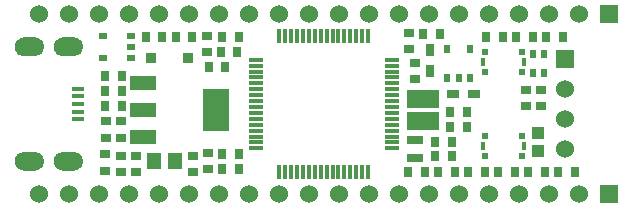
<source format=gbr>
G04 #@! TF.FileFunction,Soldermask,Top*
%FSLAX46Y46*%
G04 Gerber Fmt 4.6, Leading zero omitted, Abs format (unit mm)*
G04 Created by KiCad (PCBNEW 4.0.7-e2-6376~58~ubuntu16.04.1) date Sun Feb  4 19:42:12 2018*
%MOMM*%
%LPD*%
G01*
G04 APERTURE LIST*
%ADD10C,0.100000*%
%ADD11C,0.127000*%
%ADD12R,0.899160X0.949960*%
%ADD13R,1.150000X1.400000*%
%ADD14R,0.548640X0.797560*%
%ADD15R,1.399540X0.698500*%
%ADD16R,1.016000X0.762000*%
%ADD17R,2.700000X1.500000*%
%ADD18R,1.198880X0.299720*%
%ADD19R,0.299720X1.198880*%
%ADD20R,0.625000X0.575000*%
%ADD21R,0.325000X0.700000*%
%ADD22R,1.524000X1.524000*%
%ADD23C,1.524000*%
%ADD24R,0.762000X1.016000*%
%ADD25R,2.235200X1.219200*%
%ADD26R,2.200000X3.600000*%
%ADD27R,0.550000X0.800000*%
%ADD28R,0.800000X0.550000*%
%ADD29R,1.016000X1.016000*%
%ADD30R,0.762000X0.889000*%
%ADD31R,0.889000X0.762000*%
%ADD32R,1.120140X0.398780*%
%ADD33O,2.300000X1.400000*%
G04 APERTURE END LIST*
D10*
D11*
G36*
X1300480Y7282180D02*
X2199640Y7282180D01*
X2334260Y7266940D01*
X2466340Y7228840D01*
X2588260Y7162800D01*
X2694940Y7076440D01*
X2781300Y6969760D01*
X2844800Y6850380D01*
X2885440Y6718300D01*
X2898140Y6581140D01*
X2885440Y6443980D01*
X2844800Y6314440D01*
X2781300Y6192520D01*
X2694940Y6085840D01*
X2588260Y5999480D01*
X2466340Y5933440D01*
X2334260Y5895340D01*
X2199640Y5880100D01*
X1300480Y5880100D01*
X1165860Y5895340D01*
X1033780Y5933440D01*
X911860Y5999480D01*
X805180Y6085840D01*
X718820Y6192520D01*
X655320Y6314440D01*
X614680Y6443980D01*
X601980Y6581140D01*
X614680Y6718300D01*
X655320Y6850380D01*
X718820Y6969760D01*
X805180Y7076440D01*
X911860Y7162800D01*
X1033780Y7228840D01*
X1165860Y7266940D01*
X1300480Y7282180D01*
X1300480Y7282180D01*
G37*
X1300480Y7282180D02*
X2199640Y7282180D01*
X2334260Y7266940D01*
X2466340Y7228840D01*
X2588260Y7162800D01*
X2694940Y7076440D01*
X2781300Y6969760D01*
X2844800Y6850380D01*
X2885440Y6718300D01*
X2898140Y6581140D01*
X2885440Y6443980D01*
X2844800Y6314440D01*
X2781300Y6192520D01*
X2694940Y6085840D01*
X2588260Y5999480D01*
X2466340Y5933440D01*
X2334260Y5895340D01*
X2199640Y5880100D01*
X1300480Y5880100D01*
X1165860Y5895340D01*
X1033780Y5933440D01*
X911860Y5999480D01*
X805180Y6085840D01*
X718820Y6192520D01*
X655320Y6314440D01*
X614680Y6443980D01*
X601980Y6581140D01*
X614680Y6718300D01*
X655320Y6850380D01*
X718820Y6969760D01*
X805180Y7076440D01*
X911860Y7162800D01*
X1033780Y7228840D01*
X1165860Y7266940D01*
X1300480Y7282180D01*
G36*
X1300480Y16979900D02*
X2199640Y16979900D01*
X2334260Y16964660D01*
X2466340Y16926560D01*
X2588260Y16860520D01*
X2694940Y16774160D01*
X2781300Y16667480D01*
X2844800Y16545560D01*
X2885440Y16416020D01*
X2898140Y16278860D01*
X2885440Y16141700D01*
X2844800Y16009620D01*
X2781300Y15890240D01*
X2694940Y15783560D01*
X2588260Y15697200D01*
X2466340Y15631160D01*
X2334260Y15593060D01*
X2199640Y15577820D01*
X1300480Y15577820D01*
X1165860Y15593060D01*
X1033780Y15631160D01*
X911860Y15697200D01*
X805180Y15783560D01*
X718820Y15890240D01*
X655320Y16009620D01*
X614680Y16141700D01*
X601980Y16278860D01*
X614680Y16416020D01*
X655320Y16545560D01*
X718820Y16667480D01*
X805180Y16774160D01*
X911860Y16860520D01*
X1033780Y16926560D01*
X1165860Y16964660D01*
X1300480Y16979900D01*
X1300480Y16979900D01*
G37*
X1300480Y16979900D02*
X2199640Y16979900D01*
X2334260Y16964660D01*
X2466340Y16926560D01*
X2588260Y16860520D01*
X2694940Y16774160D01*
X2781300Y16667480D01*
X2844800Y16545560D01*
X2885440Y16416020D01*
X2898140Y16278860D01*
X2885440Y16141700D01*
X2844800Y16009620D01*
X2781300Y15890240D01*
X2694940Y15783560D01*
X2588260Y15697200D01*
X2466340Y15631160D01*
X2334260Y15593060D01*
X2199640Y15577820D01*
X1300480Y15577820D01*
X1165860Y15593060D01*
X1033780Y15631160D01*
X911860Y15697200D01*
X805180Y15783560D01*
X718820Y15890240D01*
X655320Y16009620D01*
X614680Y16141700D01*
X601980Y16278860D01*
X614680Y16416020D01*
X655320Y16545560D01*
X718820Y16667480D01*
X805180Y16774160D01*
X911860Y16860520D01*
X1033780Y16926560D01*
X1165860Y16964660D01*
X1300480Y16979900D01*
G36*
X4599940Y7282180D02*
X5499100Y7282180D01*
X5636260Y7266940D01*
X5765800Y7228840D01*
X5887720Y7162800D01*
X5994400Y7076440D01*
X6080760Y6969760D01*
X6144260Y6850380D01*
X6184900Y6718300D01*
X6197600Y6581140D01*
X6184900Y6443980D01*
X6144260Y6314440D01*
X6080760Y6192520D01*
X5994400Y6085840D01*
X5887720Y5999480D01*
X5765800Y5933440D01*
X5636260Y5895340D01*
X5499100Y5880100D01*
X4599940Y5880100D01*
X4462780Y5895340D01*
X4330700Y5933440D01*
X4208780Y5999480D01*
X4104640Y6085840D01*
X4015740Y6192520D01*
X3952240Y6314440D01*
X3911600Y6443980D01*
X3898900Y6581140D01*
X3911600Y6718300D01*
X3952240Y6850380D01*
X4015740Y6969760D01*
X4104640Y7076440D01*
X4208780Y7162800D01*
X4330700Y7228840D01*
X4462780Y7266940D01*
X4599940Y7282180D01*
X4599940Y7282180D01*
G37*
X4599940Y7282180D02*
X5499100Y7282180D01*
X5636260Y7266940D01*
X5765800Y7228840D01*
X5887720Y7162800D01*
X5994400Y7076440D01*
X6080760Y6969760D01*
X6144260Y6850380D01*
X6184900Y6718300D01*
X6197600Y6581140D01*
X6184900Y6443980D01*
X6144260Y6314440D01*
X6080760Y6192520D01*
X5994400Y6085840D01*
X5887720Y5999480D01*
X5765800Y5933440D01*
X5636260Y5895340D01*
X5499100Y5880100D01*
X4599940Y5880100D01*
X4462780Y5895340D01*
X4330700Y5933440D01*
X4208780Y5999480D01*
X4104640Y6085840D01*
X4015740Y6192520D01*
X3952240Y6314440D01*
X3911600Y6443980D01*
X3898900Y6581140D01*
X3911600Y6718300D01*
X3952240Y6850380D01*
X4015740Y6969760D01*
X4104640Y7076440D01*
X4208780Y7162800D01*
X4330700Y7228840D01*
X4462780Y7266940D01*
X4599940Y7282180D01*
G36*
X4599940Y16979900D02*
X5499100Y16979900D01*
X5636260Y16964660D01*
X5765800Y16926560D01*
X5887720Y16860520D01*
X5994400Y16774160D01*
X6080760Y16667480D01*
X6144260Y16545560D01*
X6184900Y16416020D01*
X6197600Y16278860D01*
X6184900Y16141700D01*
X6144260Y16009620D01*
X6080760Y15890240D01*
X5994400Y15783560D01*
X5887720Y15697200D01*
X5765800Y15631160D01*
X5636260Y15593060D01*
X5499100Y15577820D01*
X4599940Y15577820D01*
X4462780Y15593060D01*
X4330700Y15631160D01*
X4208780Y15697200D01*
X4104640Y15783560D01*
X4015740Y15890240D01*
X3952240Y16009620D01*
X3911600Y16141700D01*
X3898900Y16278860D01*
X3911600Y16416020D01*
X3952240Y16545560D01*
X4015740Y16667480D01*
X4104640Y16774160D01*
X4208780Y16860520D01*
X4330700Y16926560D01*
X4462780Y16964660D01*
X4599940Y16979900D01*
X4599940Y16979900D01*
G37*
X4599940Y16979900D02*
X5499100Y16979900D01*
X5636260Y16964660D01*
X5765800Y16926560D01*
X5887720Y16860520D01*
X5994400Y16774160D01*
X6080760Y16667480D01*
X6144260Y16545560D01*
X6184900Y16416020D01*
X6197600Y16278860D01*
X6184900Y16141700D01*
X6144260Y16009620D01*
X6080760Y15890240D01*
X5994400Y15783560D01*
X5887720Y15697200D01*
X5765800Y15631160D01*
X5636260Y15593060D01*
X5499100Y15577820D01*
X4599940Y15577820D01*
X4462780Y15593060D01*
X4330700Y15631160D01*
X4208780Y15697200D01*
X4104640Y15783560D01*
X4015740Y15890240D01*
X3952240Y16009620D01*
X3911600Y16141700D01*
X3898900Y16278860D01*
X3911600Y16416020D01*
X3952240Y16545560D01*
X4015740Y16667480D01*
X4104640Y16774160D01*
X4208780Y16860520D01*
X4330700Y16926560D01*
X4462780Y16964660D01*
X4599940Y16979900D01*
D12*
X12014200Y15367000D03*
X15163800Y15367000D03*
D13*
X14108000Y6604000D03*
X12308000Y6604000D03*
D14*
X45280580Y14061440D03*
X44381420Y14061440D03*
X44381420Y15656560D03*
X45280580Y15656560D03*
D15*
X34417000Y6870700D03*
X34417000Y8369300D03*
D16*
X37642800Y12319000D03*
X39420800Y12319000D03*
D17*
X35052000Y11872000D03*
X35052000Y9972000D03*
D18*
X32418020Y7680960D03*
X32418020Y8181340D03*
X32418020Y8681720D03*
X32418020Y9182100D03*
X32418020Y9682480D03*
X32418020Y10180320D03*
X32418020Y10680700D03*
X32418020Y11181080D03*
X32418020Y11678920D03*
X32418020Y12179300D03*
X32418020Y12679680D03*
X32418020Y13180060D03*
X32418020Y13677900D03*
X32418020Y14178280D03*
X32418020Y14678660D03*
X32418020Y15179040D03*
D19*
X30419040Y17178020D03*
X29918660Y17178020D03*
X29418280Y17178020D03*
X28917900Y17178020D03*
X28420060Y17178020D03*
X27919680Y17178020D03*
X27419300Y17178020D03*
X26918920Y17178020D03*
X26421080Y17178020D03*
X25920700Y17178020D03*
X25420320Y17178020D03*
X24922480Y17178020D03*
X24422100Y17178020D03*
X23921720Y17178020D03*
X23421340Y17178020D03*
X22920960Y17178020D03*
D18*
X20921980Y15179040D03*
X20921980Y14678660D03*
X20921980Y14178280D03*
X20921980Y13677900D03*
X20921980Y13180060D03*
X20921980Y12679680D03*
X20921980Y12179300D03*
X20921980Y11678920D03*
X20921980Y11181080D03*
X20921980Y10680700D03*
X20921980Y10180320D03*
X20921980Y9682480D03*
X20921980Y9182100D03*
X20921980Y8681720D03*
X20921980Y8181340D03*
X20921980Y7680960D03*
D19*
X22920960Y5681980D03*
X23421340Y5681980D03*
X23921720Y5681980D03*
X24422100Y5681980D03*
X24922480Y5681980D03*
X25420320Y5681980D03*
X25920700Y5681980D03*
X26421080Y5681980D03*
X26918920Y5681980D03*
X27419300Y5681980D03*
X27919680Y5681980D03*
X28420060Y5681980D03*
X28917900Y5681980D03*
X29418280Y5681980D03*
X29918660Y5681980D03*
X30419040Y5681980D03*
D20*
X40322500Y8686000D03*
X40322500Y7061500D03*
X43497500Y8686000D03*
X43497500Y7062000D03*
D21*
X40197500Y7874000D03*
X43622500Y7874000D03*
D20*
X40322500Y15798000D03*
X40322500Y14173500D03*
X43497500Y15798000D03*
X43497500Y14174000D03*
D21*
X40197500Y14986000D03*
X43622500Y14986000D03*
D22*
X47066200Y15240000D03*
D23*
X47066200Y12700000D03*
X47066200Y10160000D03*
X47066200Y7620000D03*
D24*
X35687000Y16002000D03*
X35687000Y14224000D03*
D25*
X11379200Y13233400D03*
X11379200Y10922000D03*
X11379200Y8610600D03*
D26*
X17577000Y10922000D03*
D27*
X37150000Y13659000D03*
X38100000Y13659000D03*
X39050000Y13659000D03*
X39050000Y16059000D03*
X37150000Y16059000D03*
D28*
X10344000Y15306000D03*
X10344000Y16256000D03*
X10344000Y17206000D03*
X7944000Y17206000D03*
X7944000Y15306000D03*
D29*
X44831000Y9017000D03*
X44831000Y7493000D03*
D22*
X50800000Y3810000D03*
D23*
X48260000Y3810000D03*
X45720000Y3810000D03*
X43180000Y3810000D03*
X40640000Y3810000D03*
X38100000Y3810000D03*
X35560000Y3810000D03*
X33020000Y3810000D03*
X30480000Y3810000D03*
X27940000Y3810000D03*
X25400000Y3810000D03*
X22860000Y3810000D03*
X20320000Y3810000D03*
X17780000Y3810000D03*
X15240000Y3810000D03*
X12700000Y3810000D03*
X10160000Y3810000D03*
X7620000Y3810000D03*
X5080000Y3810000D03*
X2540000Y3810000D03*
D22*
X50800000Y19050000D03*
D23*
X48260000Y19050000D03*
X45720000Y19050000D03*
X43180000Y19050000D03*
X40640000Y19050000D03*
X38100000Y19050000D03*
X35560000Y19050000D03*
X33020000Y19050000D03*
X30480000Y19050000D03*
X27940000Y19050000D03*
X25400000Y19050000D03*
X22860000Y19050000D03*
X20320000Y19050000D03*
X17780000Y19050000D03*
X15240000Y19050000D03*
X12700000Y19050000D03*
X10160000Y19050000D03*
X7620000Y19050000D03*
X5080000Y19050000D03*
X2540000Y19050000D03*
D30*
X19494500Y5969000D03*
X18097500Y5969000D03*
X18097500Y7239000D03*
X19494500Y7239000D03*
D31*
X9525000Y7048500D03*
X9525000Y5651500D03*
X15621000Y7048500D03*
X15621000Y5651500D03*
D30*
X9588500Y13843000D03*
X8191500Y13843000D03*
X17970500Y15875000D03*
X19367500Y15875000D03*
X19494500Y17145000D03*
X18097500Y17145000D03*
D31*
X33909000Y16065500D03*
X33909000Y17462500D03*
X34417000Y13525500D03*
X34417000Y14922500D03*
D30*
X35115500Y17399000D03*
X36512500Y17399000D03*
X37401500Y10795000D03*
X38798500Y10795000D03*
X37401500Y9525000D03*
X38798500Y9525000D03*
X35242500Y5715000D03*
X33845500Y5715000D03*
X36131500Y6997700D03*
X37528500Y6997700D03*
X36131500Y8255000D03*
X37528500Y8255000D03*
X44005500Y5715000D03*
X45402500Y5715000D03*
X41846500Y17145000D03*
X40449500Y17145000D03*
D31*
X10795000Y5651500D03*
X10795000Y7048500D03*
D30*
X14160500Y17145000D03*
X15557500Y17145000D03*
D31*
X9525000Y8572500D03*
X9525000Y9969500D03*
X8255000Y9969500D03*
X8255000Y8572500D03*
D30*
X8191500Y11252200D03*
X9588500Y11252200D03*
X8191500Y12522200D03*
X9588500Y12522200D03*
X11620500Y17145000D03*
X13017500Y17145000D03*
D31*
X16764000Y17208500D03*
X16764000Y15811500D03*
D30*
X18351500Y14605000D03*
X16954500Y14605000D03*
X37782500Y5715000D03*
X36385500Y5715000D03*
X40322500Y5715000D03*
X38925500Y5715000D03*
X41465500Y5715000D03*
X42862500Y5715000D03*
X44386500Y17145000D03*
X42989500Y17145000D03*
D31*
X45085000Y11239500D03*
X45085000Y12636500D03*
X43815000Y11239500D03*
X43815000Y12636500D03*
D30*
X46901100Y17145000D03*
X45504100Y17145000D03*
D31*
X16891000Y7302500D03*
X16891000Y5905500D03*
X8128000Y5778500D03*
X8128000Y7175500D03*
D30*
X46545500Y5715000D03*
X47942500Y5715000D03*
D32*
X5847080Y12727940D03*
X5847080Y12077700D03*
X5847080Y11430000D03*
X5847080Y10782300D03*
X5847080Y10132060D03*
D33*
X1750060Y16278860D03*
X1750060Y6581140D03*
X5049520Y16278860D03*
X5049520Y6581140D03*
M02*

</source>
